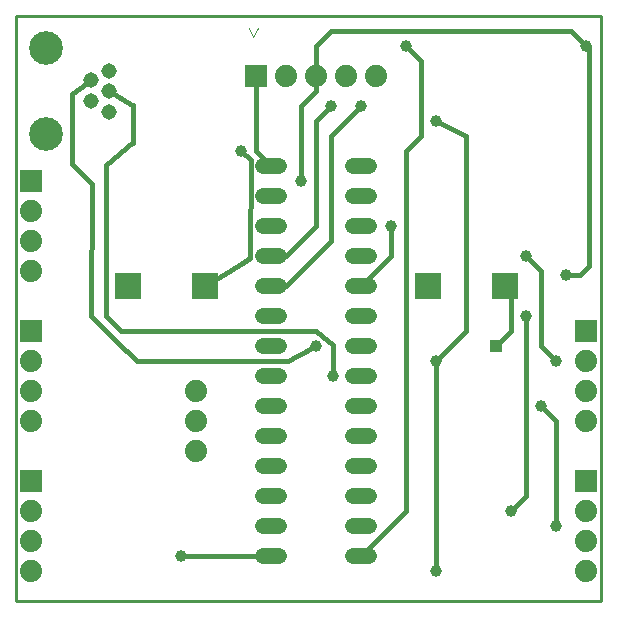
<source format=gbl>
G75*
G70*
%OFA0B0*%
%FSLAX24Y24*%
%IPPOS*%
%LPD*%
%AMOC8*
5,1,8,0,0,1.08239X$1,22.5*
%
%ADD10C,0.0100*%
%ADD11C,0.0040*%
%ADD12C,0.0520*%
%ADD13R,0.0886X0.0886*%
%ADD14R,0.0740X0.0740*%
%ADD15C,0.0740*%
%ADD16C,0.0515*%
%ADD17C,0.1122*%
%ADD18C,0.0160*%
%ADD19C,0.0396*%
%ADD20R,0.0396X0.0396*%
D10*
X002681Y002681D02*
X022181Y002681D01*
X022181Y022181D01*
X002681Y022181D01*
X002681Y002681D01*
D11*
X010581Y021465D02*
X010735Y021772D01*
X010428Y021772D02*
X010581Y021465D01*
D12*
X010921Y017181D02*
X011441Y017181D01*
X011441Y016181D02*
X010921Y016181D01*
X010921Y015181D02*
X011441Y015181D01*
X011441Y014181D02*
X010921Y014181D01*
X010921Y013181D02*
X011441Y013181D01*
X011441Y012181D02*
X010921Y012181D01*
X010921Y011181D02*
X011441Y011181D01*
X011441Y010181D02*
X010921Y010181D01*
X010921Y009181D02*
X011441Y009181D01*
X011441Y008181D02*
X010921Y008181D01*
X010921Y007181D02*
X011441Y007181D01*
X011441Y006181D02*
X010921Y006181D01*
X010921Y005181D02*
X011441Y005181D01*
X011441Y004181D02*
X010921Y004181D01*
X013921Y004181D02*
X014441Y004181D01*
X014441Y005181D02*
X013921Y005181D01*
X013921Y006181D02*
X014441Y006181D01*
X014441Y007181D02*
X013921Y007181D01*
X013921Y008181D02*
X014441Y008181D01*
X014441Y009181D02*
X013921Y009181D01*
X013921Y010181D02*
X014441Y010181D01*
X014441Y011181D02*
X013921Y011181D01*
X013921Y012181D02*
X014441Y012181D01*
X014441Y013181D02*
X013921Y013181D01*
X013921Y014181D02*
X014441Y014181D01*
X014441Y015181D02*
X013921Y015181D01*
X013921Y016181D02*
X014441Y016181D01*
X014441Y017181D02*
X013921Y017181D01*
D13*
X016401Y013181D03*
X018960Y013181D03*
X008960Y013181D03*
X006401Y013181D03*
D14*
X003181Y011681D03*
X003181Y016681D03*
X010681Y020181D03*
X021681Y011681D03*
X021681Y006681D03*
X003181Y006681D03*
D15*
X003181Y005681D03*
X003181Y004681D03*
X003181Y003681D03*
X003181Y008681D03*
X003181Y009681D03*
X003181Y010681D03*
X003181Y013681D03*
X003181Y014681D03*
X003181Y015681D03*
X008681Y009681D03*
X008681Y008681D03*
X008681Y007681D03*
X011681Y020181D03*
X012681Y020181D03*
X013681Y020181D03*
X014681Y020181D03*
X021681Y010681D03*
X021681Y009681D03*
X021681Y008681D03*
X021681Y005681D03*
X021681Y004681D03*
X021681Y003681D03*
D16*
X005781Y018981D03*
X005781Y019681D03*
X005781Y020351D03*
X005161Y020041D03*
X005161Y019351D03*
D17*
X003681Y018244D03*
X003681Y021118D03*
D18*
X004546Y019581D02*
X005161Y020041D01*
X004553Y019581D02*
X004546Y019581D01*
X004553Y019581D02*
X004553Y017238D01*
X005204Y016579D01*
X005204Y016564D01*
X005181Y012181D01*
X006181Y011181D01*
X006545Y010837D01*
X006703Y010671D01*
X011726Y010679D01*
X012035Y010832D01*
X012681Y011181D01*
X012681Y011681D02*
X006181Y011681D01*
X005681Y012181D01*
X005685Y017211D01*
X006563Y017961D01*
X006558Y017957D01*
X006558Y019200D01*
X006538Y019200D01*
X005781Y019681D01*
X010181Y017681D02*
X010493Y017385D01*
X010486Y014096D01*
X010181Y013901D01*
X008960Y013181D01*
X011181Y013181D02*
X011681Y013181D01*
X013181Y014681D01*
X013181Y018181D01*
X014181Y019181D01*
X013181Y019181D02*
X012681Y018681D01*
X012681Y015181D01*
X011681Y014181D01*
X011181Y014181D01*
X012181Y016681D02*
X012181Y019181D01*
X012681Y019681D01*
X012681Y020181D01*
X012681Y021181D01*
X013181Y021681D01*
X021181Y021681D01*
X021681Y021181D01*
X021769Y021093D01*
X021769Y013838D01*
X021464Y013534D01*
X021017Y013534D01*
X020181Y013681D02*
X019681Y014181D01*
X020181Y013681D02*
X020181Y011181D01*
X020681Y010681D01*
X020181Y009181D02*
X020681Y008681D01*
X020681Y005181D01*
X019681Y006181D02*
X019681Y012181D01*
X019181Y011681D02*
X019181Y012960D01*
X018960Y013181D01*
X019181Y011681D02*
X018681Y011181D01*
X017681Y011681D02*
X016681Y010681D01*
X016681Y003681D01*
X015681Y005681D02*
X014181Y004181D01*
X015681Y005681D02*
X015681Y017681D01*
X016181Y018181D01*
X016181Y020681D01*
X015681Y021181D01*
X016681Y018681D02*
X017681Y018181D01*
X017681Y011681D01*
X015181Y014181D02*
X014181Y013181D01*
X015181Y014181D02*
X015181Y015181D01*
X012681Y011681D02*
X013257Y011204D01*
X013254Y010181D01*
X019181Y005681D02*
X019681Y006181D01*
X011181Y004181D02*
X008181Y004181D01*
X011181Y017181D02*
X010681Y017681D01*
X010681Y020181D01*
D19*
X010181Y017681D03*
X012181Y016681D03*
X013181Y019181D03*
X014181Y019181D03*
X015681Y021181D03*
X016681Y018681D03*
X015181Y015181D03*
X012681Y011181D03*
X013254Y010181D03*
X016681Y010681D03*
X019681Y012181D03*
X021017Y013534D03*
X019681Y014181D03*
X020681Y010681D03*
X020181Y009181D03*
X019181Y005681D03*
X020681Y005181D03*
X016681Y003681D03*
X008181Y004181D03*
X021681Y021181D03*
D20*
X018681Y011181D03*
M02*

</source>
